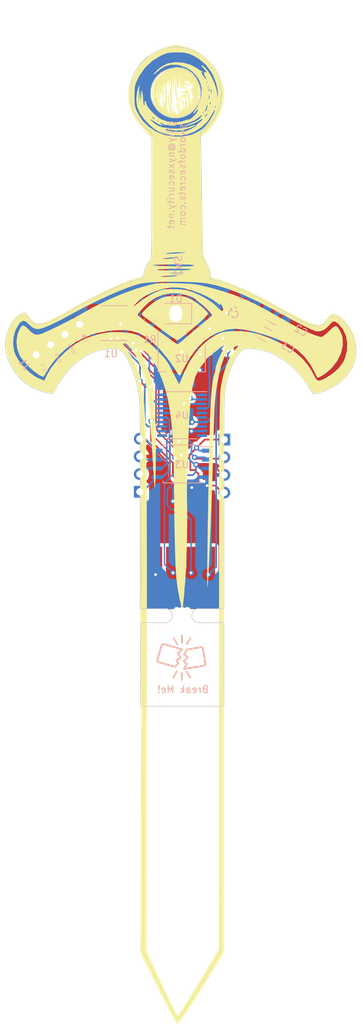
<source format=kicad_pcb>
(kicad_pcb (version 20240108) (generator "pcbnew") (generator_version "8.0")
  (layers (0 "F.Cu" signal) (31 "B.Cu" signal) (34 "B.Paste" user) (35 "F.Paste" user) (36 "B.SilkS" user "B.Silkscreen") (37 "F.SilkS" user "F.Silkscreen") (38 "B.Mask" user) (39 "F.Mask" user) (44 "Edge.Cuts" user))
  (net 0 "")
  (net 1 "VCC")
  (net 2 "GND")
  (net 3 "RST")
  (net 4 "PC4")
  (net 5 "MISO")
  (net 6 "MOSI")
  (net 7 "SCK")
  (net 8 "SWIO")
  (net 9 "PC3")
  (net 15 "RX")
  (net 20 "3.3v")
  (net 21 "D+")
  (net 22 "D-")
  (net 23 "RXOUT")
  (net 24 "Net-(D1-A)")
  (footprint "Connector_PinHeader_2.54mm:PinHeader_1x04_P2.54mm_Vertical" (layer "F.Cu") (at -21.011292 -8.686232 125)
    (property "Reference" "J1")
    (property "Value" "Conn_01x04_Pin")
  )
  (footprint "Connector_PinHeader_2.54mm:PinHeader_1x04_P2.54mm_Vertical" (layer "F.Cu") (at -6.096 11 180)
    (property "Reference" "J4" (hide yes))
    (property "Value" "Conn_01x04_Pin")
  )
  (footprint "LOGO" (layer "F.Cu") (at -0.85 13.5)
    (property "Reference" "G***" (hide yes))
    (property "Value" "LOGO" (hide yes))
    (fp_circle (center -0.063123 -59.81) (end 0.190877 -56.225865) (stroke (width 0.1)) (fill none) (layer "Edge.Cuts"))
    (fp_poly (pts (xy -3.57 -54.23) (xy -3.782629 -54.36457) (xy -3.995257 -54.499139) (xy -4.200514 -54.658278) (xy -4.411027 -54.816556) (xy -4.602053 -54.983112) (xy -4.774105 -55.146223) (xy -4.92821 -55.312446) (xy -5.07642 -55.474892) (xy -5.222839 -55.659783) (xy -5.365678 -55.839565) (xy -5.501356 -56.01913) (xy -5.687242 -56.30883) (xy -5.824483 -56.54766) (xy -5.91668 -56.724303) (xy -6.02336 -56.948606) (xy -6.136719 -57.197212) (xy -6.209724 -57.373167) (xy -6.289448 -57.586334) (xy -6.361261 -57.771437) (xy -6.432522 -57.982874) (xy -6.495044 -58.205748) (xy -6.540088 -58.411496) (xy -6.570176 -58.582992) (xy -6.60559 -58.786012) (xy -6.64118 -59.022023) (xy -6.66236 -59.234046) (xy -6.674719 -59.438092) (xy -6.679438 -59.626183) (xy -6.678877 -59.802365) (xy -6.677754 -59.97473) (xy -6.668508 -60.139459) (xy -6.657016 -60.368917) (xy -6.634031 -60.587834) (xy -6.608062 -60.795667) (xy -6.586123 -60.961334) (xy -6.52511 -61.241297) (xy -6.45022 -61.522594) (xy -6.38044 -61.775187) (xy -6.300881 -62.010373) (xy -6.175601 -62.306105) (xy -6.051201 -62.58221) (xy -5.912402 -62.864419) (xy -5.754803 -63.138838) (xy -5.559606 -63.457675) (xy -5.369211 -63.73535) (xy -5.148423 -64.020699) (xy -4.916845 -64.291398) (xy -4.68369 -64.522796) (xy -4.48738 -64.715592) (xy -4.27476 -64.891183) (xy -4.05952 -65.052366) (xy -3.83904 -65.214731) (xy -3.62808 -65.359461) (xy -3.406159 -65.498923) (xy -3.192317 -65.617846) (xy -2.954633 -65.745692) (xy -2.749266 -65.841384) (xy -2.528531 -65.932768) (xy -2.297061 -66.025537) (xy -2.084122 -66.101073) (xy -1.848243 -66.172147) (xy -1.606485 -66.234295) (xy -1.37297 -66.28859) (xy -1.13594 -66.327179) (xy -0.91188 -66.364357) (xy -0.69376 -66.388713) (xy -0.48752 -66.407426) (xy -0.275039 -66.414852) (xy -0.070077 -66.419704) (xy 0.139846 -66.419407) (xy 0.342816 -66.404937) (xy 0.555631 -66.389874) (xy 0.801261 -66.369749) (xy 1.062522 -66.329498) (xy 1.315043 -66.278996) (xy 1.570086 -66.217991) (xy 1.840171 -66.145982) (xy 2.080342 -66.071963) (xy 2.320684 -65.983926) (xy 2.571368 -65.877852) (xy 2.742735 -65.795705) (xy 3.002593 -65.671138) (xy 3.285186 -65.522276) (xy 3.501199 -65.38766) (xy 3.722398 -65.235319) (xy 3.924795 -65.080638) (xy 4.10959 -64.941276) (xy 4.313166 -64.76813) (xy 4.476331 -64.61626) (xy 4.696571 -64.400208) (xy 4.853142 -64.230416) (xy 5.044839 -64.013123) (xy 5.199678 -63.826246) (xy 5.349356 -63.622492) (xy 5.478713 -63.424983) (xy 5.607427 -63.209965) (xy 5.714853 -63.01993) (xy 5.819705 -62.81986) (xy 5.91941 -62.61972) (xy 5.988081 -62.475185) (xy 6.066163 -62.290369) (xy 6.162325 -62.040738) (xy 6.221643 -61.85393) (xy 6.293286 -61.627859) (xy 6.356573 -61.385717) (xy 6.413146 -61.141433) (xy 6.456292 -60.902866) (xy 6.492584 -60.675732) (xy 6.525169 -60.431463) (xy 6.540338 -60.222925) (xy 6.550676 -60.035849) (xy 6.551352 -59.831698) (xy 6.552705 -59.633395) (xy 6.544655 -59.456789) (xy 6.52931 -59.233577) (xy 6.49862 -58.957154) (xy 6.447239 -58.624308) (xy 6.394478 -58.318616) (xy 6.348955 -58.117231) (xy 6.226016 -57.719555) (xy 6.132032 -57.45911) (xy 5.98102 -57.11425) (xy 5.814655 -56.762735) (xy 5.67 -56.48) (xy 5.45 -56.11) (xy 5.15 -55.73) (xy 4.82 -55.33) (xy 4.62 -55.11) (xy 4.37 -54.88) (xy 3.92 -54.53) (xy 3.67 -54.35) (xy 3.51 -54.22) (xy 3.505852 -54.069004) (xy 3.527368 -52.943835) (xy 3.551367 -51.856723) (xy 3.579117 -50.476912) (xy 3.604994 -48.883626) (xy 3.628001 -47.162213) (xy 3.647138 -45.398019) (xy 3.661408 -43.676391) (xy 3.669813 -42.082678) (xy 3.671087 -41.620427) (xy 3.675316 -40.177765) (xy 3.682336 -39.005268) (xy 3.693392 -38.074281) (xy 3.709729 -37.35615) (xy 3.732592 -36.82222) (xy 3.763226 -36.443837) (xy 3.802875 -36.192346) (xy 3.852785 -36.039093) (xy 3.9142 -35.955422) (xy 3.917325 -35.952775) (xy 4.241647 -35.551618) (xy 4.537909 -34.952155) (xy 4.762135 -34.25448) (xy 4.840924 -33.850722) (xy 4.952642 -33.074441) (xy 5.862649 -32.888815) (xy 6.837174 -32.62516) (xy 8.04306 -32.185879) (xy 9.47252 -31.574521) (xy 11.117769 -30.794636) (xy 12.971019 -29.849771) (xy 15.024484 -28.743475) (xy 15.336405 -28.570976) (xy 16.460114 -27.950659) (xy 17.360884 -27.461908) (xy 18.07487 -27.087411) (xy 18.63823 -26.809854) (xy 19.087118 -26.611925) (xy 19.457691 -26.47631) (xy 19.786105 -26.385696) (xy 19.987086 -26.344023) (xy 20.614547 -26.323544) (xy 21.146244 -26.537706) (xy 21.637914 -27.013515) (xy 21.790518 -27.217797) (xy 22.196374 -27.687998) (xy 22.59382 -27.882736) (xy 23.048162 -27.816135) (xy 23.493376 -27.586108) (xy 24.125705 -27.056938) (xy 24.725586 -26.30032) (xy 25.248867 -25.387404) (xy 25.651392 -24.389335) (xy 25.793917 -23.879144) (xy 25.927123 -22.696264) (xy 25.783147 -21.534835) (xy 25.383531 -20.424115) (xy 24.749814 -19.39336) (xy 23.903538 -18.471829) (xy 22.866243 -17.688778) (xy 21.65947 -17.073465) (xy 20.510289 -16.702655) (xy 20.090411 -16.609095) (xy 19.815776 -16.565029) (xy 19.758263 -16.568934) (xy 19.671702 -16.705408) (xy 19.460449 -17.033403) (xy 19.1626 -17.493846) (xy 19.007168 -17.733602) (xy 18.167652 -18.93342) (xy 17.339517 -19.907754) (xy 16.462071 -20.721122) (xy 15.600157 -21.355487) (xy 14.319782 -22.123728) (xy 13.126373 -22.653789) (xy 11.960755 -22.968146) (xy 11.070518 -23.075792) (xy 10.466751 -23.108057) (xy 10.072982 -23.09955) (xy 9.801119 -23.030472) (xy 9.563075 -22.881026) (xy 9.331738 -22.684984) (xy 8.759344 -22.030937) (xy 8.224267 -21.127937) (xy 7.746452 -20.025347) (xy 7.345841 -18.772531) (xy 7.042376 -17.418854) (xy 6.939061 -16.762426) (xy 6.919163 -16.547802) (xy 6.900583 -16.201036) (xy 6.883279 -15.713536) (xy 6.8834 -15.076708) (xy 6.8834 -10.7442) (xy 6.8834 14.3256) (xy 3.25 14.3256) (xy 3.15 14.33) (xy 3.06 14.34) (xy 2.97 14.36) (xy 2.89 14.39) (xy 2.8 14.43) (xy 2.72 14.48) (xy 2.64 14.53) (xy 2.57 14.6) (xy 2.5 14.67) (xy 2.43 14.76) (xy 2.38 14.85) (xy 2.33 14.95) (xy 2.3 15.04) (xy 2.28 15.13) (xy 2.26 15.25) (xy 2.26 15.32) (xy 2.27 15.437509) (xy 2.28 15.53) (xy 2.31 15.63) (xy 2.34 15.71) (xy 2.38 15.79) (xy 2.42 15.86) (xy 2.48 15.95) (xy 2.55 16.02) (xy 2.62 16.09) (xy 2.7 16.15) (xy 2.78 16.2) (xy 2.87 16.24) (xy 2.98 16.28) (xy 3.08 16.3) (xy 3.18 16.32) (xy 3.25 16.32) (xy 6.88 16.32) (xy 6.8834 28.32) (xy -5.08 28.32) (xy -5.08 16.32) (xy -1.51 16.32) (xy -1.45 16.32) (xy -1.35 16.3) (xy -1.26 16.28) (xy -1.15 16.24) (xy -1.05 16.19) (xy -0.97 16.14) (xy -0.9 16.09) (xy -0.84 16.03) (xy -0.77 15.96) (xy -0.71 15.88) (xy -0.66 15.79) (xy -0.61 15.69) (xy -0.58 15.606751) (xy -0.56 15.52) (xy -0.55 15.45) (xy -0.54 15.32) (xy -0.54 15.24) (xy -0.56 15.13) (xy -0.58 15.05) (xy -0.62 14.93) (xy -0.66 14.85) (xy -0.71 14.763167) (xy -0.77 14.68) (xy -0.84 14.611055) (xy -0.9 14.55) (xy -0.97 14.5) (xy -1.07 14.44) (xy -1.15 14.4) (xy -1.23 14.37) (xy -1.34 14.34) (xy -1.430276 14.33469) (xy -1.51 14.33) (xy -5.1816 14.3256) (xy -5.171018 -11.334625) (xy -5.187979 -12.705049) (xy -5.205557 -13.842923) (xy -5.223719 -14.73206) (xy -5.242431 -15.356269) (xy -5.261661 -15.699363) (xy -5.26349 -15.716544) (xy -5.501886 -17.325146) (xy -5.831263 -18.727731) (xy -6.275254 -20.009417) (xy -6.735321 -21.017779) (xy -7.176313 -21.842725) (xy -7.569082 -22.424557) (xy -7.967679 -22.800936) (xy -8.426153 -23.009527) (xy -8.998555 -23.087991) (xy -9.690066 -23.076684) (xy -11.055326 -22.855391) (xy -12.403861 -22.343556) (xy -13.720105 -21.549459) (xy -14.988492 -20.481378) (xy -15.444975 -20.015808) (xy -15.962991 -19.411209) (xy -16.498423 -18.702485) (xy -16.999405 -17.966688) (xy -17.414077 -17.280871) (xy -17.690573 -16.722085) (xy -17.727327 -16.624948) (xy -17.890066 -16.577235) (xy -18.264503 -16.623707) (xy -18.78543 -16.746211) (xy -19.387641 -16.926595) (xy -20.005929 -17.146708) (xy -20.575087 -17.388396) (xy -20.715375 -17.45676) (xy -21.813481 -18.165967) (xy -22.774912 -19.091729) (xy -23.56677 -20.18111) (xy -24.156158 -21.381169) (xy -24.510176 -22.63897) (xy -24.601502 -23.710073) (xy -24.483417 -24.751087) (xy -24.173899 -25.757782) (xy -23.706258 -26.666062) (xy -23.113801 -27.41183) (xy -22.429838 -27.930987) (xy -22.399901 -27.946726) (xy -21.812089 -28.250283) (xy -21.50343 -27.814786) (xy -21.180797 -27.401627) (xy -20.808513 -26.978813) (xy -20.77536 -26.94407) (xy -20.50517 -26.693123) (xy -20.251687 -26.576808) (xy -19.898453 -26.561951) (xy -19.542353 -26.592821) (xy -18.994394 -26.70292) (xy -18.31465 -26.939487) (xy -17.479591 -27.313619) (xy -16.465682 -27.836413) (xy -15.249391 -28.518967) (xy -14.396536 -29.019398) (xy -13.111925 -29.749876) (xy -11.737278 -30.472647) (xy -10.328137 -31.162563) (xy -8.940047 -31.794474) (xy -7.628551 -32.343231) (xy -6.449191 -32.783685) (xy -5.457511 -33.090686) (xy -5.33655 -33.12165) (xy -4.942977 -33.243048) (xy -4.745196 -33.4179) (xy -4.648432 -33.751195) (xy -4.622733 -33.912387) (xy -4.538626 -34.318181) (xy -4.392751 -34.693085) (xy -4.142067 -35.125141) (xy -3.756576 -35.684184) (xy -3.706362 -35.772217) (xy -3.663046 -35.900124) (xy -3.626078 -36.089305) (xy -3.594907 -36.36116) (xy -3.568982 -36.737089) (xy -3.547752 -37.238494) (xy -3.530667 -37.886773) (xy -3.517174 -38.703327) (xy -3.506724 -39.709556) (xy -3.498766 -40.926862) (xy -3.492749 -42.376642) (xy -3.488121 -44.080299) (xy -3.484332 -46.059233) (xy -3.483977 -46.273787) (xy -3.481966 -48.460809) (xy -3.483715 -50.362869) (xy -3.489428 -51.99381) (xy -3.49 -53.34) (xy -3.49 -54.16)) (stroke (width 0.1)) (fill none) (layer "Edge.Cuts"))
  )
  (footprint "Connectors:usb-PCB" (layer "F.Cu") (at 0 27.8)
    (property "Reference" "J2" (hide yes))
    (property "Value" "USB_A" (hide yes))
  )
  (footprint "Connector_PinHeader_2.54mm:PinHeader_1x04_P2.54mm_Vertical" (layer "F.Cu") (at 6.096 3.5)
    (property "Reference" "J3" (hide yes))
    (property "Value" "Conn_01x04_Pin")
  )
  (footprint "LOGO" (layer "F.Cu") (at -0.018669 34.97516)
    (property "Reference" "G***" (hide yes))
    (property "Value" "LOGO" (hide yes))
  )
  (footprint "LED_SMD:LED_1206_3216Metric_ReverseMount_Hole1.8x2.4mm" (layer "B.Cu") (at -0.9 -14.6 180)
    (property "Reference" "D1")
    (property "Value" "LED")
  )
  (footprint "Resistor_SMD:R_0805_2012Metric_Pad1.20x1.40mm_HandSolder" (layer "B.Cu") (at -4.7 -13.6 90)
    (property "Reference" "R1")
    (property "Value" "100")
  )
  (footprint "SMD-Button-6x6-4Pin:SMD-BTN-6x6-4Pin" (layer "B.Cu") (at -0.55 -21.45 90)
    (property "Reference" "SW2")
    (property "Value" "SW_Push")
  )
  (footprint "Package_SO:TSSOP-20_4.4x6.5mm_P0.65mm" (layer "B.Cu") (at 0 0 180)
    (property "Reference" "U4")
    (property "Value" "CH32V003F4P6")
  )
  (footprint "Capacitor_SMD:C_1206_3216Metric_Pad1.33x1.80mm_HandSolder" (layer "B.Cu") (at 13.35 -14.05 -30)
    (property "Reference" "C2")
    (property "Value" "0.1uF")
  )
  (footprint "Capacitor_SMD:C_0805_2012Metric_Pad1.18x1.45mm_HandSolder" (layer "B.Cu") (at 8.1 -16.1 -30)
    (property "Reference" "C1")
    (property "Value" "0.1uF")
  )
  (footprint "Package_SO:SOIC-8_5.23x5.23mm_P1.27mm" (layer "B.Cu") (at 0 7 180)
    (property "Reference" "U3")
    (property "Value" "W25Q128JVS")
  )
  (footprint "CH340N:SOIC127P600X160-8N" (layer "B.Cu") (at -9.77 -13.24)
    (property "Reference" "U1")
    (property "Value" "CH340N")
  )
  (footprint "Package_TO_SOT_SMD:SOT-223-3_TabPin2" (layer "B.Cu") (at -0.05 -8.15 -90)
    (property "Reference" "U2")
    (property "Value" "AMS1117-3.3")
  )
  (footprint "Capacitor_SMD:C_1206_3216Metric_Pad1.33x1.80mm_HandSolder" (layer "B.Cu") (at 11.95 -11.65 150)
    (property "Reference" "C3")
    (property "Value" "0.1uF")
  )
  (gr_text "RST" (at -13.9 -11.9 115) (layer "B.SilkS") (effects (font (size 0.5 0.5) (thickness 0.0625)) (justify left bottom mirror)))
  (gr_text "3.3v" (at -19.95 -7.65 115) (layer "B.SilkS") (effects (font (size 0.5 0.5) (thickness 0.0625)) (justify left bottom mirror)))
  (gr_text "GND" (at -17.9 -9.1 115) (layer "B.SilkS") (effects (font (size 0.5 0.5) (thickness 0.0625)) (justify left bottom mirror)))
  (gr_text "Break Me!" (at 3.95 40 0) (layer "B.SilkS") (effects (font (size 1 1)) (justify left bottom mirror)))
  (gr_text "SWIO" (at -15.95 -10.5 115) (layer "B.SilkS") (effects (font (size 0.5 0.5) (thickness 0.0625)) (justify left bottom mirror)))
  (gr_text "giliy@nyxsecurity.net\nswordofsecrets.com" (at 0.59 -34.54 90) (layer "B.SilkS") (effects (font (size 1 1) (thickness 0.125)) (justify bottom mirror)))
  (segment (start 6.6 -9.25) (end 3.1 -9.25) (width 0.25) (layer "F.Cu") (net 1))
  (segment (start 3.1 -9.25) (end 2.6 -8.75) (width 0.25) (layer "F.Cu") (net 1))
  (via (at 2.6 -8.75) (size 0.8) (drill 0.4) (layers "F.Cu" "B.Cu") (net 1))
  (via (at 6.6 -9.25) (size 0.8) (drill 0.4) (layers "F.Cu" "B.Cu") (net 1))
  (via (at 3.81 22.9) (size 0.8) (drill 0.4) (layers "F.Cu" "B.Cu") (net 1))
  (segment (start 4.921 21.789) (end 4.921 -5.80645) (width 0.25) (layer "B.Cu") (net 1))
  (segment (start 2.249999 -9.100001) (end 2.6 -8.75) (width 0.25) (layer "B.Cu") (net 1))
  (segment (start 7.35 -10) (end 12.434415 -10) (width 0.25) (layer "B.Cu") (net 1))
  (segment (start 4.921 -5.80645) (end 6.6 -7.48545) (width 0.25) (layer "B.Cu") (net 1))
  (segment (start 6.6 -9.25) (end 7.35 -10) (width 0.25) (layer "B.Cu") (net 1))
  (segment (start 6.6 -7.48545) (end 6.6 -9.25) (width 0.25) (layer "B.Cu") (net 1))
  (segment (start 2.249999 -11.3) (end 2.249999 -9.100001) (width 0.25) (layer "B.Cu") (net 1))
  (segment (start 3.81 22.9) (end 4.921 21.789) (width 0.25) (layer "B.Cu") (net 1))
  (segment (start 12.434415 -10) (end 13.303165 -10.86875) (width 0.25) (layer "B.Cu") (net 1))
  (segment (start -0.66 6.799026) (end -0.310974 6.45) (width 0.25) (layer "F.Cu") (net 2))
  (segment (start 0.625 6.025305) (end 0.625 5.424695) (width 0.25) (layer "F.Cu") (net 2))
  (segment (start -1.89198 3.33198) (end 0.465 0.975) (width 0.25) (layer "F.Cu") (net 2))
  (segment (start 1.4 10.4) (end -0.66 8.34) (width 0.25) (layer "F.Cu") (net 2))
  (segment (start 0.625 5.424695) (end 0.200305 5) (width 0.25) (layer "F.Cu") (net 2))
  (segment (start 3.61 10.11) (end 4.805 10.11) (width 0.25) (layer "F.Cu") (net 2))
  (segment (start 5.815 11.12) (end 5.9084 11.12) (width 0.25) (layer "F.Cu") (net 2))
  (segment (start 0.200305 6.45) (end 0.625 6.025305) (width 0.25) (layer "F.Cu") (net 2))
  (segment (start -0.22396 5) (end -1.89198 3.33198) (width 0.25) (layer "F.Cu") (net 2))
  (segment (start 0.465 0.975) (end 1.45 0.975) (width 0.25) (layer "F.Cu") (net 2))
  (segment (start 0.200305 5) (end -0.22396 5) (width 0.25) (layer "F.Cu") (net 2))
  (segment (start -0.310974 6.45) (end 0.200305 6.45) (width 0.25) (layer "F.Cu") (net 2))
  (segment (start -0.66 8.34) (end -0.66 6.799026) (width 0.25) (layer "F.Cu") (net 2))
  (segment (start 4.805 10.11) (end 5.815 11.12) (width 0.25) (layer "F.Cu") (net 2))
  (via (at -3.81 22.9) (size 0.8) (drill 0.4) (layers "F.Cu" "B.Cu") (net 2))
  (via (at 1.4 10.4) (size 0.8) (drill 0.4) (layers "F.Cu" "B.Cu") (net 2))
  (via (at 3.61 10.11) (size 0.8) (drill 0.4) (layers "F.Cu" "B.Cu") (net 2))
  (via (at 1.45 0.975) (size 0.8) (drill 0.4) (layers "F.Cu" "B.Cu") (net 2))
  (segment (start -12.876884 -14.231884) (end -15.879817 -14.231884) (width 0.25) (layer "B.Cu") (net 2))
  (segment (start 1.45 0.975) (end -0.425 -0.9) (width 0.25) (layer "B.Cu") (net 2))
  (segment (start 8.615585 -10.45) (end 6.375305 -10.45) (width 0.25) (layer "B.Cu") (net 2))
  (segment (start 3.553812 0.975) (end 2.8625 0.975) (width 0.25) (layer "B.Cu") (net 2))
  (segment (start 4.471 0.057812) (end 3.553812 0.975) (width 0.25) (layer "B.Cu") (net 2))
  (segment (start 2.8625 0.975) (end 1.45 0.975) (width 0.25) (layer "B.Cu") (net 2))
  (segment (start 0.65 -13.4) (end -0.05 -12.7) (width 0.25) (layer "B.Cu") (net 2))
  (segment (start 4.471 -9.092792) (end 4.471 0.057812) (width 0.25) (layer "B.Cu") (net 2))
  (segment (start -15.879817 -14.231884) (end -18.930646 -11.181055) (width 0.25) (layer "B.Cu") (net 2))
  (segment (start 0.65 -14.6) (end 0.65 -13.4) (width 0.25) (layer "B.Cu") (net 2))
  (segment (start -12.52 -13.875) (end -12.876884 -14.231884) (width 0.25) (layer "B.Cu") (net 2))
  (segment (start -2.35 -3.85) (end -2.35 -11.300001) (width 0.25) (layer "B.Cu") (net 2))
  (segment (start -0.950001 -12.7) (end -2.35 -11.300001) (width 0.25) (layer "B.Cu") (net 2))
  (segment (start 6.375305 -10.45) (end 5.647097 -9.721792) (width 0.25) (layer "B.Cu") (net 2))
  (segment (start 10.596835 -12.43125) (end 8.615585 -10.45) (width 0.25) (layer "B.Cu") (net 2))
  (segment (start 5.1 -9.721792) (end 4.471 -9.092792) (width 0.25) (layer "B.Cu") (net 2))
  (segment (start 0.65 -15.213604) (end 0.65 -14.6) (width 0.25) (layer "B.Cu") (net 2))
  (segment (start -0.425 -1.925) (end -2.35 -3.85) (width 0.25) (layer "B.Cu") (net 2))
  (segment (start -18.930646 -11.181055) (end -18.930646 -10.143116) (width 0.25) (layer "B.Cu") (net 2))
  (segment (start 5.647097 -9.721792) (end 5.1 -9.721792) (width 0.25) (layer "B.Cu") (net 2))
  (segment (start -0.05 -12.7) (end -0.950001 -12.7) (width 0.25) (layer "B.Cu") (net 2))
  (segment (start -0.425 -0.9) (end -0.425 -1.925) (width 0.25) (layer "B.Cu") (net 2))
  (segment (start 6.45 -14.7) (end 6.2 -14.7) (width 0.25) (layer "F.Cu") (net 3))
  (segment (start 6.2 -14.7) (end 3.95 -12.45) (width 0.25) (layer "F.Cu") (net 3))
  (via (at 3.95 -12.45) (size 0.8) (drill 0.4) (layers "F.Cu" "B.Cu") (net 3))
  (via (at 6.45 -14.7) (size 0.8) (drill 0.4) (layers "F.Cu" "B.Cu") (net 3))
  (segment (start -7.961396 -16.625) (end -8.225 -16.361396) (width 0.25) (layer "B.Cu") (net 3))
  (segment (start -2.775 -17.4) (end -3.55 -16.625) (width 0.25) (layer "B.Cu") (net 3))
  (segment (start 3.95 -12.45) (end 3.95 -14.55) (width 0.25) (layer "B.Cu") (net 3))
  (segment (start 3.95 -14.55) (end 2.175 -16.325) (width 0.25) (layer "B.Cu") (net 3))
  (segment (start 0.85 -16.325) (end 0.85 -17.4) (width 0.25) (layer "B.Cu") (net 3))
  (segment (start 0.85 -17.4) (end -2.775 -17.4) (width 0.25) (layer "B.Cu") (net 3))
  (segment (start 7.201499 -15.451499) (end 6.45 -14.7) (width 0.25) (layer "B.Cu") (net 3))
  (segment (start -3.55 -16.625) (end -7.961396 -16.625) (width 0.25) (layer "B.Cu") (net 3))
  (segment (start -8.225 -15.231395) (end -9.581395 -13.875) (width 0.25) (layer "B.Cu") (net 3))
  (segment (start 2.8625 -0.975) (end 3.599999 -0.975) (width 0.25) (layer "B.Cu") (net 3))
  (segment (start -3.25 -17.025) (end -3.125 -17.15) (width 0.25) (layer "B.Cu") (net 3))
  (segment (start -9.581395 -13.875) (end -9.581395 -13.24) (width 0.25) (layer "B.Cu") (net 3))
  (segment (start -8.225 -16.361396) (end -8.225 -15.231395) (width 0.25) (layer "B.Cu") (net 3))
  (segment (start -2.775 -25.5) (end -2.775 -17.4) (width 0.25) (layer "B.Cu") (net 3))
  (segment (start 3.599999 -0.975) (end 3.95 -1.325001) (width 0.25) (layer "B.Cu") (net 3))
  (segment (start -14.586237 -13.24) (end -14.769353 -13.056884) (width 0.25) (layer "B.Cu") (net 3))
  (segment (start 2.175 -16.325) (end 0.85 -16.325) (width 0.25) (layer "B.Cu") (net 3))
  (segment (start 3.95 -1.325001) (end 3.95 -12.45) (width 0.25) (layer "B.Cu") (net 3))
  (segment (start 7.201499 -16.61875) (end 7.201499 -15.451499) (width 0.25) (layer "B.Cu") (net 3))
  (segment (start -9.581395 -13.24) (end -14.586237 -13.24) (width 0.25) (layer "B.Cu") (net 3))
  (segment (start 1.700305 11.125) (end 1.099695 11.125) (width 0.25) (layer "F.Cu") (net 4))
  (segment (start 3.27 3.5) (end 5.9084 3.5) (width 0.25) (layer "F.Cu") (net 4))
  (segment (start 2.09 4.68) (end 1.075 5.695) (width 0.25) (layer "F.Cu") (net 4))
  (segment (start 1.075 5.695) (end 1.075 6.350305) (width 0.25) (layer "F.Cu") (net 4))
  (segment (start 1.229695 7.885) (end 1.830305 7.885) (width 0.25) (layer "F.Cu") (net 4))
  (segment (start -1.315225 8.71008) (end -1.315225 6.853641) (width 0.25) (layer "F.Cu") (net 4))
  (segment (start 1.075 6.350305) (end 1.2 6.475305) (width 0.25) (layer "F.Cu") (net 4))
  (segment (start 1.099695 11.125) (end -1.315225 8.71008) (width 0.25) (layer "F.Cu") (net 4))
  (segment (start 2.375 8.429695) (end 2.375 10.450305) (width 0.25) (layer "F.Cu") (net 4))
  (segment (start 2.09 4.68) (end 3.27 3.5) (width 0.25) (layer "F.Cu") (net 4))
  (segment (start 1.2 7.855305) (end 1.229695 7.885) (width 0.25) (layer "F.Cu") (net 4))
  (segment (start -4.45 3.718866) (end -4.45 0.85) (width 0.25) (layer "F.Cu") (net 4))
  (segment (start 1.830305 7.885) (end 2.375 8.429695) (width 0.25) (layer "F.Cu") (net 4))
  (segment (start -1.315225 6.853641) (end -4.45 3.718866) (width 0.25) (layer "F.Cu") (net 4))
  (segment (start 2.375 10.450305) (end 1.700305 11.125) (width 0.25) (layer "F.Cu") (net 4))
  (segment (start 1.2 6.475305) (end 1.2 7.855305) (width 0.25) (layer "F.Cu") (net 4))
  (via (at 2.09 4.68) (size 0.8) (drill 0.4) (layers "F.Cu" "B.Cu") (net 4))
  (via (at -4.45 0.85) (size 0.8) (drill 0.4) (layers "F.Cu" "B.Cu") (net 4))
  (segment (start -4.325 0.975) (end -4.45 0.85) (width 0.25) (layer "B.Cu") (net 4))
  (segment (start 3.6 5.095) (end 2.505 5.095) (width 0.25) (layer "B.Cu") (net 4))
  (segment (start -2.8625 0.975) (end -4.325 0.975) (width 0.25) (layer "B.Cu") (net 4))
  (segment (start 2.505 5.095) (end 2.09 4.68) (width 0.25) (layer "B.Cu") (net 4))
  (segment (start 5.697879 6.250521) (end 5.9084 6.04) (width 0.25) (layer "F.Cu") (net 5))
  (segment (start 1.8 6.05) (end 2.000521 6.250521) (width 0.25) (layer "F.Cu") (net 5))
  (segment (start 2.000521 6.250521) (end 5.697879 6.250521) (width 0.25) (layer "F.Cu") (net 5))
  (via (at 1.8 6.05) (size 0.8) (drill 0.4) (layers "F.Cu" "B.Cu") (net 5))
  (segment (start 1.365 5.615) (end 1.365 4.379695) (width 0.25) (layer "B.Cu") (net 5))
  (segment (start 1.542347 4.202347) (end -0.9 1.76) (width 0.25) (layer "B.Cu") (net 5))
  (segment (start -0.9 -0.172792) (end -1.702208 -0.975) (width 0.25) (layer "B.Cu") (net 5))
  (segment (start 1.8 6.05) (end 3.285 6.05) (width 0.25) (layer "B.Cu") (net 5))
  (segment (start -0.9 1.76) (end -0.9 -0.172792) (width 0.25) (layer "B.Cu") (net 5))
  (segment (start 1.365 4.379695) (end 1.542347 4.202347) (width 0.25) (layer "B.Cu") (net 5))
  (segment (start 1.8 6.05) (end 1.365 5.615) (width 0.25) (layer "B.Cu") (net 5))
  (segment (start -1.702208 -0.975) (end -2.8625 -0.975) (width 0.25) (layer "B.Cu") (net 5))
  (segment (start 3.285 6.05) (end 3.6 6.365) (width 0.25) (layer "B.Cu") (net 5))
  (segment (start -1.75 3.790208) (end -1.35 3.390208) (width 0.25) (layer "B.Cu") (net 6))
  (segment (start -5.695 11) (end -5.899661 11) (width 0.25) (layer "B.Cu") (net 6))
  (segment (start -3.6 8.905) (end -5.695 11) (width 0.25) (layer "B.Cu") (net 6))
  (segment (start -1.35 3.390208) (end -1.35 0.013604) (width 0.25) (layer "B.Cu") (net 6))
  (segment (start -1.688604 -0.325) (end -2.8625 -0.325) (width 0.25) (layer "B.Cu") (net 6))
  (segment (start -2.800001 8.905) (end -1.75 7.854999) (width 0.25) (layer "B.Cu") (net 6))
  (segment (start -3.6 8.905) (end -2.800001 8.905) (width 0.25) (layer "B.Cu") (net 6))
  (segment (start -1.75 7.854999) (end -1.75 3.790208) (width 0.25) (layer "B.Cu") (net 6))
  (segment (start -1.35 0.013604) (end -1.688604 -0.325) (width 0.25) (layer "B.Cu") (net 6))
  (segment (start -2.171188 0.325) (end -1.8 0.696188) (width 0.25) (layer "B.Cu") (net 7))
  (segment (start -1.8 0.696188) (end -1.8 3.203812) (width 0.25) (layer "B.Cu") (net 7))
  (segment (start -2.2 3.603812) (end -2.2 6.95) (width 0.25) (layer "B.Cu") (net 7))
  (segment (start -2.8625 0.325) (end -2.171188 0.325) (width 0.25) (layer "B.Cu") (net 7))
  (segment (start -2.885 7.635) (end -3.6 7.635) (width 0.25) (layer "B.Cu") (net 7))
  (segment (start -1.8 3.203812) (end -2.2 3.603812) (width 0.25) (layer "B.Cu") (net 7))
  (segment (start -3.6 7.635) (end -5.073614 7.635) (width 0.25) (layer "B.Cu") (net 7))
  (segment (start -2.2 6.95) (end -2.885 7.635) (width 0.25) (layer "B.Cu") (net 7))
  (segment (start -5.073614 7.635) (end -5.898614 8.46) (width 0.25) (layer "B.Cu") (net 7))
  (segment (start -5.2 -4.05) (end -6.05 -4.9) (width 0.25) (layer "F.Cu") (net 8))
  (segment (start -4.65 -4.05) (end -5.2 -4.05) (width 0.25) (layer "F.Cu") (net 8))
  (via (at -6.05 -4.9) (size 0.8) (drill 0.4) (layers "F.Cu" "B.Cu") (net 8))
  (via (at -4.65 -4.05) (size 0.8) (drill 0.4) (layers "F.Cu" "B.Cu") (net 8))
  (segment (start -4.65 -2.675001) (end -4.65 -4.05) (width 0.25) (layer "B.Cu") (net 8))
  (segment (start -8.975 -10.225) (end -6.05 -7.3) (width 0.25) (layer "B.Cu") (net 8))
  (segment (start -15.475 -10.225) (end -8.975 -10.225) (width 0.25) (layer "B.Cu") (net 8))
  (segment (start -16.85 -11.6) (end -15.475 -10.225) (width 0.25) (layer "B.Cu") (net 8))
  (segment (start -6.05 -7.3) (end -6.05 -4.9) (width 0.25) (layer "B.Cu") (net 8))
  (segment (start -2.8625 -1.625) (end -3.599999 -1.625) (width 0.25) (layer "B.Cu") (net 8))
  (segment (start -3.599999 -1.625) (end -4.65 -2.675001) (width 0.25) (layer "B.Cu") (net 8))
  (segment (start -4.7 -12.6) (end -4.7 -5.025305) (width 0.25) (layer "B.Cu") (net 9))
  (segment (start -4.7 -5.025305) (end -5.375 -4.350305) (width 0.25) (layer "B.Cu") (net 9))
  (segment (start -4.9 1.625) (end -2.8625 1.625) (width 0.25) (layer "B.Cu") (net 9))
  (segment (start -5.375 -4.350305) (end -5.375 1.15) (width 0.25) (layer "B.Cu") (net 9))
  (segment (start -5.375 1.15) (end -4.9 1.625) (width 0.25) (layer "B.Cu") (net 9))
  (segment (start -6.461371 -9.424975) (end 0.3 -2.663604) (width 0.25) (layer "F.Cu") (net 15))
  (segment (start 0.3 -2.663604) (end 0.3 -1.65) (width 0.25) (layer "F.Cu") (net 15))
  (segment (start -6.635025 -9.424975) (end -6.461371 -9.424975) (width 0.25) (layer "F.Cu") (net 15))
  (via (at -6.635025 -9.424975) (size 0.8) (drill 0.4) (layers "F.Cu" "B.Cu") (net 15))
  (via (at 0.3 -1.65) (size 0.8) (drill 0.4) (layers "F.Cu" "B.Cu") (net 15))
  (segment (start -7.25028 -9.424975) (end -8.45 -10.624695) (width 0.25) (layer "B.Cu") (net 15))
  (segment (start 2.8625 -1.625) (end 0.325 -1.625) (width 0.25) (layer "B.Cu") (net 15))
  (segment (start -6.635025 -9.424975) (end -7.25028 -9.424975) (width 0.25) (layer "B.Cu") (net 15))
  (segment (start 0.325 -1.625) (end 0.3 -1.65) (width 0.25) (layer "B.Cu") (net 15))
  (segment (start -8.45 -10.624695) (end -8.45 -12.556368) (width 0.25) (layer "B.Cu") (net 15))
  (segment (start -8.45 -12.556368) (end -7.131368 -13.875) (width 0.25) (layer "B.Cu") (net 15))
  (segment (start -7.131368 -13.875) (end -7.02 -13.875) (width 0.25) (layer "B.Cu") (net 15))
  (segment (start -5.623355 -13.15) (end -1.573355 -9.1) (width 0.25) (layer "F.Cu") (net 20))
  (segment (start -14.764536 -11.4) (end -15.388299 -11.4) (width 0.25) (layer "F.Cu") (net 20))
  (segment (start -18.102067 -8.686232) (end -21.011292 -8.686232) (width 0.25) (layer "F.Cu") (net 20))
  (segment (start 2.01 7.09) (end 4.4184 7.09) (width 0.25) (layer "F.Cu") (net 20))
  (segment (start -8.855837 -13.175837) (end -8.83 -13.15) (width 0.25) (layer "F.Cu") (net 20))
  (segment (start -1.765225 7.040037) (end -5.42518 3.380082) (width 0.25) (layer "F.Cu") (net 20))
  (segment (start -1.32 12.3575) (end -1.765225 11.912275) (width 0.25) (layer "F.Cu") (net 20))
  (segment (start 4.4184 7.09) (end 5.9084 8.58) (width 0.25) (layer "F.Cu") (net 20))
  (segment (start -1.573355 -9.1) (end -0.05 -9.1) (width 0.25) (layer "F.Cu") (net 20))
  (segment (start -1.765225 11.912275) (end -1.765225 7.040037) (width 0.25) (layer "F.Cu") (net 20))
  (segment (start -8.83 -13.15) (end -5.623355 -13.15) (width 0.25) (layer "F.Cu") (net 20))
  (segment (start -5.42518 3.380082) (end -5.896519 3.380082) (width 0.25) (layer "F.Cu") (net 20))
  (segment (start -8.881674 -13.15) (end -13.014536 -13.15) (width 0.25) (layer "F.Cu") (net 20))
  (segment (start -8.855837 -13.175837) (end -8.881674 -13.15) (width 0.25) (layer "F.Cu") (net 20))
  (segment (start -13.014536 -13.15) (end -14.764536 -11.4) (width 0.25) (layer "F.Cu") (net 20))
  (segment (start -15.388299 -11.4) (end -18.102067 -8.686232) (width 0.25) (layer "F.Cu") (net 20))
  (via (at 5.95 -11.05) (size 0.8) (drill 0.4) (layers "F.Cu" "B.Cu") (net 20))
  (via (at -0.05 -9.1) (size 0.8) (drill 0.4) (layers "F.Cu" "B.Cu") (net 20))
  (via (at 2.6 -6.5) (size 0.8) (drill 0.4) (layers "F.Cu" "B.Cu") (net 20))
  (via (at 2.01 7.09) (size 0.8) (drill 0.4) (layers "F.Cu" "B.Cu") (net 20))
  (via (at -8.855837 -13.175837) (size 0.8) (drill 0.4) (layers "F.Cu" "B.Cu") (net 20))
  (via (at -1.32 12.3575) (size 0.8) (drill 0.4) (layers "F.Cu" "B.Cu") (net 20))
  (via (at -0.42 3.68) (size 0.8) (drill 0.4) (layers "F.Cu" "B.Cu") (net 20))
  (via (at 1.35 2.3) (size 0.8) (drill 0.4) (layers "F.Cu" "B.Cu") (net 20))
  (segment (start 0.54 8.61) (end -1.32 10.47) (width 0.25) (layer "B.Cu") (net 20))
  (segment (start -3.6 5.095) (end -5.315 3.38) (width 0.25) (layer "B.Cu") (net 20))
  (segment (start -6.02 -11.72) (end -6.405 -11.335) (width 0.25) (layer "B.Cu") (net 20))
  (segment (start -7.02 -15.145) (end -6.365001 -15.145) (width 0.25) (layer "B.Cu") (net 20))
  (segment (start -3.6 6.365) (end -3.6 5.095) (width 0.25) (layer "B.Cu") (net 20))
  (segment (start 11.615252 -13.26875) (end 14.703165 -13.26875) (width 0.25) (layer "B.Cu") (net 20))
  (segment (start -0.05 -9.15) (end 2.6 -6.5) (width 0.25) (layer "B.Cu") (net 20))
  (segment (start -7.674999 -15.145) (end -7.02 -15.145) (width 0.25) (layer "B.Cu") (net 20))
  (segment (start -6.405 -11.335) (end -7.02 -11.335) (width 0.25) (layer "B.Cu") (net 20))
  (segment (start 2.800001 7.635) (end 2.555 7.635) (width 0.25) (layer "B.Cu") (net 20))
  (segment (start -6.365001 -15.145) (end -6.02 -14.799999) (width 0.25) (layer "B.Cu") (net 20))
  (segment (start -1.32 10.47) (end -1.32 12.3575) (width 0.25) (layer "B.Cu") (net 20))
  (segment (start 5.95 -11.05) (end 7.4 -11.05) (width 0.25) (layer "B.Cu") (net 20))
  (segment (start 2.01 7.09) (end 1.814695 7.09) (width 0.25) (layer "B.Cu") (net 20))
  (segment (start -0.05 -4.999999) (end -0.05 -9.1) (width 0.25) (layer "B.Cu") (net 20))
  (segment (start -0.05 -9.1) (end -0.05 -11.300001) (width 0.25) (layer "B.Cu") (net 20))
  (segment (start 0.68 4.78) (end -0.42 3.68) (width 0.25) (layer "B.Cu") (net 20))
  (segment (start 1.53 8.61) (end 0.54 8.61) (width 0.25) (layer "B.Cu") (net 20))
  (segment (start 2.8625 2.275) (end 1.375 2.275) (width 0.25) (layer "B.Cu") (net 20))
  (segment (start 10.128134 -13.778134) (end 11.105868 -13.778134) (width 0.25) (layer "B.Cu") (net 20))
  (segment (start -3.6 6.365) (end -5.452648 6.365) (width 0.25) (layer "B.Cu") (net 20))
  (segment (start 2.555 7.635) (end 2.01 7.09) (width 0.25) (layer "B.Cu") (net 20))
  (segment (start -8.855837 -13.175837) (end -8.855837 -13.964162) (width 0.25) (layer "B.Cu") (net 20))
  (segment (start -5.315 3.38) (end -5.896519 3.38) (width 0.25) (layer "B.Cu") (net 20))
  (segment (start 11.105868 -13.778134) (end 11.615252 -13.26875) (width 0.25) (layer "B.Cu") (net 20))
  (segment (start -0.05 -11.300001) (end -0.05 -9.15) (width 0.25) (layer "B.Cu") (net 20))
  (segment (start 0.68 5.955305) (end 0.68 4.78) (width 0.25) (layer "B.Cu") (net 20))
  (segment (start 7.4 -11.05) (end 10.128134 -13.778134) (width 0.25) (layer "B.Cu") (net 20))
  (segment (start -6.02 -14.799999) (end -6.02 -11.72) (width 0.25) (layer "B.Cu") (net 20))
  (segment (start -5.452648 6.365) (end -5.897566 5.920082) (width 0.25) (layer "B.Cu") (net 20))
  (segment (start 1.814695 7.09) (end 0.68 5.955305) (width 0.25) (layer "B.Cu") (net 20))
  (segment (start 2.01 8.13) (end 1.53 8.61) (width 0.25) (layer "B.Cu") (net 20))
  (segment (start -8.855837 -13.964162) (end -7.674999 -15.145) (width 0.25) (layer "B.Cu") (net 20))
  (segment (start 2.01 7.09) (end 2.01 8.13) (width 0.25) (layer "B.Cu") (net 20))
  (segment (start 1.375 2.275) (end 1.35 2.3) (width 0.25) (layer "B.Cu") (net 20))
  (segment (start -9.95 -10.95) (end -9.95 -10.76005) (width 0.2) (layer "F.Cu") (net 21))
  (segment (start -3.75 1.13995) (end -4.025 1.41495) (width 0.2) (layer "F.Cu") (net 21))
  (segment (start -4.025 1.41495) (end -4.025 3.118561) (width 0.2) (layer "F.Cu") (net 21))
  (segment (start -10.25 -10.95) (end -9.95 -10.95) (width 0.2) (layer "F.Cu") (net 21))
  (segment (start -9.115686 -10.35) (end -3.75 -4.984314) (width 0.2) (layer "F.Cu") (net 21))
  (segment (start -1.3 22.65) (end -1.4 22.55) (width 0.2) (layer "F.Cu") (net 21))
  (segment (start -9.53995 -10.35) (end -9.115686 -10.35) (width 0.2) (layer "F.Cu") (net 21))
  (segment (start -9.95 -10.76005) (end -9.53995 -10.35) (width 0.2) (layer "F.Cu") (net 21))
  (segment (start -3.75 -4.984314) (end -3.75 1.13995) (width 0.2) (layer "F.Cu") (net 21))
  (segment (start -4.025 3.118561) (end -1.01492 6.128641) (width 0.2) (layer "F.Cu") (net 21))
  (via (at -1.01492 6.128641) (size 0.8) (drill 0.4) (layers "F.Cu" "B.Cu") (net 21))
  (via (at -1.3 22.65) (size 0.8) (drill 0.4) (layers "F.Cu" "B.Cu") (net 21))
  (via (at -10.25 -11) (size 0.8) (drill 0.4) (layers "F.Cu" "B.Cu") (net 21))
  (segment (start -10.35 -11) (end -10.25 -11) (width 0.2) (layer "B.Cu") (net 21))
  (segment (start -2.530091 9.730091) (end -2.530091 21.419909) (width 0.2) (layer "B.Cu") (net 21))
  (segment (start -2.530091 21.419909) (end -1.3 22.65) (width 0.2) (layer "B.Cu") (net 21))
  (segment (start -1.01492 6.128641) (end -1.01492 8.21492) (width 0.2) (layer "B.Cu") (net 21))
  (segment (start -10.585 -11.335) (end -12.52 -11.335) (width 0.2) (layer "B.Cu") (net 21))
  (segment (start -10.25 -11) (end -10.585 -11.335) (width 0.2) (layer "B.Cu") (net 21))
  (segment (start -1.01492 8.21492) (end -2.530091 9.730091) (width 0.2) (layer "B.Cu") (net 21))
  (segment (start -3.35 -5.15) (end -9.25 -11.05) (width 0.2) (layer "F.Cu") (net 22))
  (segment (start -3.625 2.2) (end -3.625 1.580636) (width 0.2) (layer "F.Cu") (net 22))
  (segment (start -3.35 1.305636) (end -3.35 -5.15) (width 0.2) (layer "F.Cu") (net 22))
  (segment (start -0.1 5.725) (end -3.625 2.2) (width 0.2) (layer "F.Cu") (net 22))
  (segment (start -9.25 -11.05) (end -9.3 -11.1) (width 0.2) (layer "F.Cu") (net 22))
  (segment (start -3.625 1.580636) (end -3.35 1.305636) (width 0.2) (layer "F.Cu") (net 22))
  (via (at -9.25 -11.05) (size 0.8) (drill 0.4) (layers "F.Cu" "B.Cu") (net 22))
  (via (at -0.1 5.725) (size 0.8) (drill 0.4) (layers "F.Cu" "B.Cu") (net 22))
  (via (at 1.3 22.65) (size 0.8) (drill 0.4) (layers "F.Cu" "B.Cu") (net 22))
  (segment (start -10.805 -12.605) (end -12.52 -12.605) (width 0.2) (layer "B.Cu") (net 22))
  (segment (start 1.3 15.05) (end 1.3 22.65) (width 0.2) (layer "B.Cu") (net 22))
  (segment (start -2.130091 12.941286) (end -1.471377 13.6) (width 0.2) (layer "B.Cu") (net 22))
  (segment (start -9.25 -11.05) (end -10.805 -12.605) (width 0.2) (layer "B.Cu") (net 22))
  (segment (start -0.1 8.64896) (end -2.130091 10.679051) (width 0.2) (layer "B.Cu") (net 22))
  (segment (start -1.471377 13.6) (end -0.15 13.6) (width 0.2) (layer "B.Cu") (net 22))
  (segment (start -0.15 13.6) (end 1.3 15.05) (width 0.2) (layer "B.Cu") (net 22))
  (segment (start -2.130091 10.679051) (end -2.130091 12.941286) (width 0.2) (layer "B.Cu") (net 22))
  (segment (start -0.1 5.725) (end -0.1 8.64896) (width 0.2) (layer "B.Cu") (net 22))
  (segment (start -3.580025 -7.180025) (end 1.15 -2.45) (width 0.25) (layer "F.Cu") (net 23))
  (segment (start -3.580025 -7.39528) (end -3.580025 -7.180025) (width 0.25) (layer "F.Cu") (net 23))
  (segment (start -6.534745 -10.35) (end -3.580025 -7.39528) (width 0.25) (layer "F.Cu") (net 23))
  (segment (start -7.02 -10.35) (end -6.534745 -10.35) (width 0.25) (layer "F.Cu") (net 23))
  (via (at 1.15 -2.45) (size 0.8) (drill 0.4) (layers "F.Cu" "B.Cu") (net 23))
  (via (at -7.02 -10.35) (size 0.8) (drill 0.4) (layers "F.Cu" "B.Cu") (net 23))
  (segment (start -8 -10.933632) (end -8 -12.31) (width 0.25) (layer "B.Cu") (net 23))
  (segment (start -7.416368 -10.35) (end -8 -10.933632) (width 0.25) (layer "B.Cu") (net 23))
  (segment (start -8 -12.31) (end -7.705 -12.605) (width 0.25) (layer "B.Cu") (net 23))
  (segment (start 1.325 -2.275) (end 1.15 -2.45) (width 0.25) (layer "B.Cu") (net 23))
  (segment (start 2.8625 -2.275) (end 1.325 -2.275) (width 0.25) (layer "B.Cu") (net 23))
  (segment (start -7.02 -10.35) (end -7.416368 -10.35) (width 0.25) (layer "B.Cu") (net 23))
  (segment (start -7.705 -12.605) (end -7.02 -12.605) (width 0.25) (layer "B.Cu") (net 23))
  (segment (start -4.7 -14.6) (end -2.45 -14.6) (width 0.25) (layer "B.Cu") (net 24))
  (zone (net 20) (net_name "3.3v") (layer "F.Cu") (connect_pads (clearance 0.5)) (min_thickness 0.25) (fill yes (thermal_gap 0.5) (thermal_bridge_width 0.5))
    (polygon (pts (xy -26.226 -59.088) (xy 25.82 -59.296) (xy 25.87 27.764) (xy -26.176 27.982)))
  )
  (zone (net 2) (net_name "GND") (layer "B.Cu") (connect_pads (clearance 0.5)) (min_thickness 0.25) (fill yes (thermal_gap 0.5) (thermal_bridge_width 0.5))
    (polygon (pts (xy -26.056 -59.068) (xy 26.04 -59.676) (xy 26.09 27.554) (xy -26.006 28.172)))
  )
)
</source>
